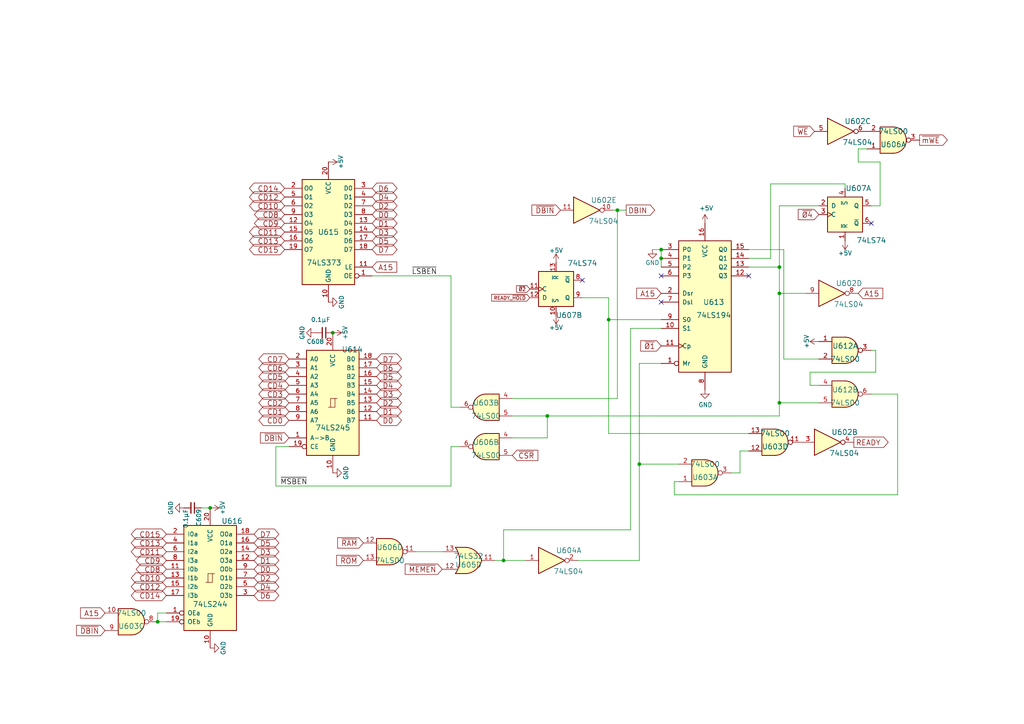
<source format=kicad_sch>
(kicad_sch (version 20250114) (generator "eeschema") (generator_version "9.0")
  (paper "A4")
  (title_block (title "TI-99/4A") (date "2022-02-18") (rev "1.1") (company "Robert Krenicki - https://github.com/rkrenicki/TI99-Motherboard") (comment 1 "Logic for generating the Address line 15 and multiplexing the Databus") (comment 3 "Based on the HackMac KiCAD Design"))
  (lib_symbols
    (symbol "74xx:74LS00" (pin_names (offset 1.016))
      (property "Reference" "U" (at 0 1.27 0))
      (property "Value" "74LS00" (at 0 -1.27 0))
      (symbol "74LS00_1_1"
        (arc (start 0 3.81) (mid 3.7934 0) (end 0 -3.81) (stroke (width 0.254)) (fill (type background)))
        (polyline (pts (xy 0 3.81) (xy -3.81 3.81) (xy -3.81 -3.81) (xy 0 -3.81)) (stroke (width 0.254)) (fill (type background)))
        (pin input line (at -7.62 2.54 0) (length 3.81) (name "~") (number "1"))
        (pin input line (at -7.62 -2.54 0) (length 3.81) (name "~") (number "2"))
        (pin output inverted (at 7.62 0 180) (length 3.81) (name "~") (number "3"))
      )
      (symbol "74LS00_1_2"
        (arc (start -3.81 3.81) (mid -2.589 0) (end -3.81 -3.81) (stroke (width 0.254)))
        (polyline (pts (xy -3.81 3.81) (xy -0.635 3.81)) (stroke (width 0.254)) (fill (type background)))
        (polyline (pts (xy -3.81 -3.81) (xy -0.635 -3.81)) (stroke (width 0.254)) (fill (type background)))
        (arc (start 3.81 0) (mid 2.1855 -2.584) (end -0.6096 -3.81) (stroke (width 0.254)) (fill (type background)))
        (arc (start -0.6096 3.81) (mid 2.1929 2.5925) (end 3.81 0) (stroke (width 0.254)) (fill (type background)))
        (polyline (pts (xy -0.635 3.81) (xy -3.81 3.81) (xy -3.81 3.81) (xy -3.556 3.4036) (xy -3.0226 2.2606) (xy -2.6924 1.0414) (xy -2.6162 -0.254) (xy -2.7686 -1.4986) (xy -3.175 -2.7178) (xy -3.81 -3.81) (xy -3.81 -3.81) (xy -0.635 -3.81)) (stroke (width -25.4)) (fill (type background)))
        (pin input inverted (at -7.62 2.54 0) (length 4.318) (name "~") (number "1"))
        (pin input inverted (at -7.62 -2.54 0) (length 4.318) (name "~") (number "2"))
        (pin output line (at 7.62 0 180) (length 3.81) (name "~") (number "3"))
      )
      (symbol "74LS00_2_1"
        (arc (start 0 3.81) (mid 3.7934 0) (end 0 -3.81) (stroke (width 0.254)) (fill (type background)))
        (polyline (pts (xy 0 3.81) (xy -3.81 3.81) (xy -3.81 -3.81) (xy 0 -3.81)) (stroke (width 0.254)) (fill (type background)))
        (pin input line (at -7.62 2.54 0) (length 3.81) (name "~") (number "4"))
        (pin input line (at -7.62 -2.54 0) (length 3.81) (name "~") (number "5"))
        (pin output inverted (at 7.62 0 180) (length 3.81) (name "~") (number "6"))
      )
      (symbol "74LS00_2_2"
        (arc (start -3.81 3.81) (mid -2.589 0) (end -3.81 -3.81) (stroke (width 0.254)))
        (polyline (pts (xy -3.81 3.81) (xy -0.635 3.81)) (stroke (width 0.254)) (fill (type background)))
        (polyline (pts (xy -3.81 -3.81) (xy -0.635 -3.81)) (stroke (width 0.254)) (fill (type background)))
        (arc (start 3.81 0) (mid 2.1855 -2.584) (end -0.6096 -3.81) (stroke (width 0.254)) (fill (type background)))
        (arc (start -0.6096 3.81) (mid 2.1929 2.5925) (end 3.81 0) (stroke (width 0.254)) (fill (type background)))
        (polyline (pts (xy -0.635 3.81) (xy -3.81 3.81) (xy -3.81 3.81) (xy -3.556 3.4036) (xy -3.0226 2.2606) (xy -2.6924 1.0414) (xy -2.6162 -0.254) (xy -2.7686 -1.4986) (xy -3.175 -2.7178) (xy -3.81 -3.81) (xy -3.81 -3.81) (xy -0.635 -3.81)) (stroke (width -25.4)) (fill (type background)))
        (pin input inverted (at -7.62 2.54 0) (length 4.318) (name "~") (number "4"))
        (pin input inverted (at -7.62 -2.54 0) (length 4.318) (name "~") (number "5"))
        (pin output line (at 7.62 0 180) (length 3.81) (name "~") (number "6"))
      )
      (symbol "74LS00_3_1"
        (arc (start 0 3.81) (mid 3.7934 0) (end 0 -3.81) (stroke (width 0.254)) (fill (type background)))
        (polyline (pts (xy 0 3.81) (xy -3.81 3.81) (xy -3.81 -3.81) (xy 0 -3.81)) (stroke (width 0.254)) (fill (type background)))
        (pin input line (at -7.62 2.54 0) (length 3.81) (name "~") (number "9"))
        (pin input line (at -7.62 -2.54 0) (length 3.81) (name "~") (number "10"))
        (pin output inverted (at 7.62 0 180) (length 3.81) (name "~") (number "8"))
      )
      (symbol "74LS00_3_2"
        (arc (start -3.81 3.81) (mid -2.589 0) (end -3.81 -3.81) (stroke (width 0.254)))
        (polyline (pts (xy -3.81 3.81) (xy -0.635 3.81)) (stroke (width 0.254)) (fill (type background)))
        (polyline (pts (xy -3.81 -3.81) (xy -0.635 -3.81)) (stroke (width 0.254)) (fill (type background)))
        (arc (start 3.81 0) (mid 2.1855 -2.584) (end -0.6096 -3.81) (stroke (width 0.254)) (fill (type background)))
        (arc (start -0.6096 3.81) (mid 2.1929 2.5925) (end 3.81 0) (stroke (width 0.254)) (fill (type background)))
        (polyline (pts (xy -0.635 3.81) (xy -3.81 3.81) (xy -3.81 3.81) (xy -3.556 3.4036) (xy -3.0226 2.2606) (xy -2.6924 1.0414) (xy -2.6162 -0.254) (xy -2.7686 -1.4986) (xy -3.175 -2.7178) (xy -3.81 -3.81) (xy -3.81 -3.81) (xy -0.635 -3.81)) (stroke (width -25.4)) (fill (type background)))
        (pin input inverted (at -7.62 2.54 0) (length 4.318) (name "~") (number "9"))
        (pin input inverted (at -7.62 -2.54 0) (length 4.318) (name "~") (number "10"))
        (pin output line (at 7.62 0 180) (length 3.81) (name "~") (number "8"))
      )
      (symbol "74LS00_4_1"
        (arc (start 0 3.81) (mid 3.7934 0) (end 0 -3.81) (stroke (width 0.254)) (fill (type background)))
        (polyline (pts (xy 0 3.81) (xy -3.81 3.81) (xy -3.81 -3.81) (xy 0 -3.81)) (stroke (width 0.254)) (fill (type background)))
        (pin input line (at -7.62 2.54 0) (length 3.81) (name "~") (number "12"))
        (pin input line (at -7.62 -2.54 0) (length 3.81) (name "~") (number "13"))
        (pin output inverted (at 7.62 0 180) (length 3.81) (name "~") (number "11"))
      )
      (symbol "74LS00_4_2"
        (arc (start -3.81 3.81) (mid -2.589 0) (end -3.81 -3.81) (stroke (width 0.254)))
        (polyline (pts (xy -3.81 3.81) (xy -0.635 3.81)) (stroke (width 0.254)) (fill (type background)))
        (polyline (pts (xy -3.81 -3.81) (xy -0.635 -3.81)) (stroke (width 0.254)) (fill (type background)))
        (arc (start 3.81 0) (mid 2.1855 -2.584) (end -0.6096 -3.81) (stroke (width 0.254)) (fill (type background)))
        (arc (start -0.6096 3.81) (mid 2.1929 2.5925) (end 3.81 0) (stroke (width 0.254)) (fill (type background)))
        (polyline (pts (xy -0.635 3.81) (xy -3.81 3.81) (xy -3.81 3.81) (xy -3.556 3.4036) (xy -3.0226 2.2606) (xy -2.6924 1.0414) (xy -2.6162 -0.254) (xy -2.7686 -1.4986) (xy -3.175 -2.7178) (xy -3.81 -3.81) (xy -3.81 -3.81) (xy -0.635 -3.81)) (stroke (width -25.4)) (fill (type background)))
        (pin input inverted (at -7.62 2.54 0) (length 4.318) (name "~") (number "12"))
        (pin input inverted (at -7.62 -2.54 0) (length 4.318) (name "~") (number "13"))
        (pin output line (at 7.62 0 180) (length 3.81) (name "~") (number "11"))
      )
      (symbol "74LS00_5_0"
        (pin power_in line (at 0 12.7 270) (length 5.08) (name "VCC") (number "14"))
        (pin power_in line (at 0 -12.7 90) (length 5.08) (name "GND") (number "7"))
      )
      (symbol "74LS00_5_1"
        (rectangle (start -5.08 7.62) (end 5.08 -7.62) (stroke (width 0.254)) (fill (type background)))
      )
    )
    (symbol "74xx:74LS04"
      (property "Reference" "U" (at 0 1.27 0))
      (property "Value" "74LS04" (at 0 -1.27 0))
      (symbol "74LS04_1_0"
        (polyline (pts (xy -3.81 3.81) (xy -3.81 -3.81) (xy 3.81 0) (xy -3.81 3.81)) (stroke (width 0.254)) (fill (type background)))
        (pin input line (at -7.62 0 0) (length 3.81) (name "~") (number "1"))
        (pin output inverted (at 7.62 0 180) (length 3.81) (name "~") (number "2"))
      )
      (symbol "74LS04_2_0"
        (polyline (pts (xy -3.81 3.81) (xy -3.81 -3.81) (xy 3.81 0) (xy -3.81 3.81)) (stroke (width 0.254)) (fill (type background)))
        (pin input line (at -7.62 0 0) (length 3.81) (name "~") (number "3"))
        (pin output inverted (at 7.62 0 180) (length 3.81) (name "~") (number "4"))
      )
      (symbol "74LS04_3_0"
        (polyline (pts (xy -3.81 3.81) (xy -3.81 -3.81) (xy 3.81 0) (xy -3.81 3.81)) (stroke (width 0.254)) (fill (type background)))
        (pin input line (at -7.62 0 0) (length 3.81) (name "~") (number "5"))
        (pin output inverted (at 7.62 0 180) (length 3.81) (name "~") (number "6"))
      )
      (symbol "74LS04_4_0"
        (polyline (pts (xy -3.81 3.81) (xy -3.81 -3.81) (xy 3.81 0) (xy -3.81 3.81)) (stroke (width 0.254)) (fill (type background)))
        (pin input line (at -7.62 0 0) (length 3.81) (name "~") (number "9"))
        (pin output inverted (at 7.62 0 180) (length 3.81) (name "~") (number "8"))
      )
      (symbol "74LS04_5_0"
        (polyline (pts (xy -3.81 3.81) (xy -3.81 -3.81) (xy 3.81 0) (xy -3.81 3.81)) (stroke (width 0.254)) (fill (type background)))
        (pin input line (at -7.62 0 0) (length 3.81) (name "~") (number "11"))
        (pin output inverted (at 7.62 0 180) (length 3.81) (name "~") (number "10"))
      )
      (symbol "74LS04_6_0"
        (polyline (pts (xy -3.81 3.81) (xy -3.81 -3.81) (xy 3.81 0) (xy -3.81 3.81)) (stroke (width 0.254)) (fill (type background)))
        (pin input line (at -7.62 0 0) (length 3.81) (name "~") (number "13"))
        (pin output inverted (at 7.62 0 180) (length 3.81) (name "~") (number "12"))
      )
      (symbol "74LS04_7_0"
        (pin power_in line (at 0 12.7 270) (length 5.08) (name "VCC") (number "14"))
        (pin power_in line (at 0 -12.7 90) (length 5.08) (name "GND") (number "7"))
      )
      (symbol "74LS04_7_1"
        (rectangle (start -5.08 7.62) (end 5.08 -7.62) (stroke (width 0.254)) (fill (type background)))
      )
    )
    (symbol "74xx:74LS194" (pin_names (offset 1.016))
      (property "Reference" "U" (at -7.62 19.05 0))
      (property "Value" "74LS194" (at -7.62 -21.59 0))
      (symbol "74LS194_1_0"
        (pin input line (at -12.7 15.24 0) (length 5.08) (name "P0") (number "3"))
        (pin input line (at -12.7 12.7 0) (length 5.08) (name "P1") (number "4"))
        (pin input line (at -12.7 10.16 0) (length 5.08) (name "P2") (number "5"))
        (pin input line (at -12.7 7.62 0) (length 5.08) (name "P3") (number "6"))
        (pin input line (at -12.7 2.54 0) (length 5.08) (name "Dsr") (number "2"))
        (pin input line (at -12.7 0 0) (length 5.08) (name "Dsl") (number "7"))
        (pin input line (at -12.7 -5.08 0) (length 5.08) (name "S0") (number "9"))
        (pin input line (at -12.7 -7.62 0) (length 5.08) (name "S1") (number "10"))
        (pin input clock (at -12.7 -12.7 0) (length 5.08) (name "Cp") (number "11"))
        (pin input inverted (at -12.7 -17.78 0) (length 5.08) (name "Mr") (number "1"))
        (pin power_in line (at 0 22.86 270) (length 5.08) (name "VCC") (number "16"))
        (pin power_in line (at 0 -25.4 90) (length 5.08) (name "GND") (number "8"))
        (pin output line (at 12.7 15.24 180) (length 5.08) (name "Q0") (number "15"))
        (pin output line (at 12.7 12.7 180) (length 5.08) (name "Q1") (number "14"))
        (pin output line (at 12.7 10.16 180) (length 5.08) (name "Q2") (number "13"))
        (pin output line (at 12.7 7.62 180) (length 5.08) (name "Q3") (number "12"))
      )
      (symbol "74LS194_1_1"
        (rectangle (start -7.62 17.78) (end 7.62 -20.32) (stroke (width 0.254)) (fill (type background)))
      )
    )
    (symbol "74xx:74LS244" (pin_names (offset 1.016))
      (property "Reference" "U" (at -7.62 16.51 0))
      (property "Value" "74LS244" (at -7.62 -16.51 0))
      (symbol "74LS244_1_0"
        (polyline (pts (xy -1.27 -1.27) (xy 0.635 -1.27) (xy 0.635 1.27) (xy 1.27 1.27)))
        (polyline (pts (xy -0.635 -1.27) (xy -0.635 1.27) (xy 0.635 1.27)))
        (pin input line (at -12.7 12.7 0) (length 5.08) (name "I0a") (number "2"))
        (pin input line (at -12.7 10.16 0) (length 5.08) (name "I1a") (number "4"))
        (pin input line (at -12.7 7.62 0) (length 5.08) (name "I2a") (number "6"))
        (pin input line (at -12.7 5.08 0) (length 5.08) (name "I3a") (number "8"))
        (pin input line (at -12.7 2.54 0) (length 5.08) (name "I0b") (number "11"))
        (pin input line (at -12.7 0 0) (length 5.08) (name "I1b") (number "13"))
        (pin input line (at -12.7 -2.54 0) (length 5.08) (name "I2b") (number "15"))
        (pin input line (at -12.7 -5.08 0) (length 5.08) (name "I3b") (number "17"))
        (pin input inverted (at -12.7 -10.16 0) (length 5.08) (name "OEa") (number "1"))
        (pin input inverted (at -12.7 -12.7 0) (length 5.08) (name "OEb") (number "19"))
        (pin power_in line (at 0 20.32 270) (length 5.08) (name "VCC") (number "20"))
        (pin power_in line (at 0 -20.32 90) (length 5.08) (name "GND") (number "10"))
        (pin tri_state line (at 12.7 12.7 180) (length 5.08) (name "O0a") (number "18"))
        (pin tri_state line (at 12.7 10.16 180) (length 5.08) (name "O1a") (number "16"))
        (pin tri_state line (at 12.7 7.62 180) (length 5.08) (name "O2a") (number "14"))
        (pin tri_state line (at 12.7 5.08 180) (length 5.08) (name "O3a") (number "12"))
        (pin tri_state line (at 12.7 2.54 180) (length 5.08) (name "O0b") (number "9"))
        (pin tri_state line (at 12.7 0 180) (length 5.08) (name "O1b") (number "7"))
        (pin tri_state line (at 12.7 -2.54 180) (length 5.08) (name "O2b") (number "5"))
        (pin tri_state line (at 12.7 -5.08 180) (length 5.08) (name "O3b") (number "3"))
      )
      (symbol "74LS244_1_1"
        (rectangle (start -7.62 15.24) (end 7.62 -15.24) (stroke (width 0.254)) (fill (type background)))
      )
    )
    (symbol "74xx:74LS245" (pin_names (offset 1.016))
      (property "Reference" "U" (at -7.62 16.51 0))
      (property "Value" "74LS245" (at -7.62 -16.51 0))
      (symbol "74LS245_1_0"
        (polyline (pts (xy -1.27 -1.27) (xy 0.635 -1.27) (xy 0.635 1.27) (xy 1.27 1.27)))
        (polyline (pts (xy -0.635 -1.27) (xy -0.635 1.27) (xy 0.635 1.27)))
        (pin tri_state line (at -12.7 12.7 0) (length 5.08) (name "A0") (number "2"))
        (pin tri_state line (at -12.7 10.16 0) (length 5.08) (name "A1") (number "3"))
        (pin tri_state line (at -12.7 7.62 0) (length 5.08) (name "A2") (number "4"))
        (pin tri_state line (at -12.7 5.08 0) (length 5.08) (name "A3") (number "5"))
        (pin tri_state line (at -12.7 2.54 0) (length 5.08) (name "A4") (number "6"))
        (pin tri_state line (at -12.7 0 0) (length 5.08) (name "A5") (number "7"))
        (pin tri_state line (at -12.7 -2.54 0) (length 5.08) (name "A6") (number "8"))
        (pin tri_state line (at -12.7 -5.08 0) (length 5.08) (name "A7") (number "9"))
        (pin input line (at -12.7 -10.16 0) (length 5.08) (name "A->B") (number "1"))
        (pin input inverted (at -12.7 -12.7 0) (length 5.08) (name "CE") (number "19"))
        (pin power_in line (at 0 20.32 270) (length 5.08) (name "VCC") (number "20"))
        (pin power_in line (at 0 -20.32 90) (length 5.08) (name "GND") (number "10"))
        (pin tri_state line (at 12.7 12.7 180) (length 5.08) (name "B0") (number "18"))
        (pin tri_state line (at 12.7 10.16 180) (length 5.08) (name "B1") (number "17"))
        (pin tri_state line (at 12.7 7.62 180) (length 5.08) (name "B2") (number "16"))
        (pin tri_state line (at 12.7 5.08 180) (length 5.08) (name "B3") (number "15"))
        (pin tri_state line (at 12.7 2.54 180) (length 5.08) (name "B4") (number "14"))
        (pin tri_state line (at 12.7 0 180) (length 5.08) (name "B5") (number "13"))
        (pin tri_state line (at 12.7 -2.54 180) (length 5.08) (name "B6") (number "12"))
        (pin tri_state line (at 12.7 -5.08 180) (length 5.08) (name "B7") (number "11"))
      )
      (symbol "74LS245_1_1"
        (rectangle (start -7.62 15.24) (end 7.62 -15.24) (stroke (width 0.254)) (fill (type background)))
      )
    )
    (symbol "74xx:74LS32" (pin_names (offset 1.016))
      (property "Reference" "U" (at 0 1.27 0))
      (property "Value" "74LS32" (at 0 -1.27 0))
      (symbol "74LS32_1_1"
        (arc (start -3.81 3.81) (mid -2.589 0) (end -3.81 -3.81) (stroke (width 0.254)))
        (polyline (pts (xy -3.81 3.81) (xy -0.635 3.81)) (stroke (width 0.254)) (fill (type background)))
        (polyline (pts (xy -3.81 -3.81) (xy -0.635 -3.81)) (stroke (width 0.254)) (fill (type background)))
        (arc (start 3.81 0) (mid 2.1855 -2.584) (end -0.6096 -3.81) (stroke (width 0.254)) (fill (type background)))
        (arc (start -0.6096 3.81) (mid 2.1929 2.5925) (end 3.81 0) (stroke (width 0.254)) (fill (type background)))
        (polyline (pts (xy -0.635 3.81) (xy -3.81 3.81) (xy -3.81 3.81) (xy -3.556 3.4036) (xy -3.0226 2.2606) (xy -2.6924 1.0414) (xy -2.6162 -0.254) (xy -2.7686 -1.4986) (xy -3.175 -2.7178) (xy -3.81 -3.81) (xy -3.81 -3.81) (xy -0.635 -3.81)) (stroke (width -25.4)) (fill (type background)))
        (pin input line (at -7.62 2.54 0) (length 4.318) (name "~") (number "1"))
        (pin input line (at -7.62 -2.54 0) (length 4.318) (name "~") (number "2"))
        (pin output line (at 7.62 0 180) (length 3.81) (name "~") (number "3"))
      )
      (symbol "74LS32_1_2"
        (arc (start 0 3.81) (mid 3.7934 0) (end 0 -3.81) (stroke (width 0.254)) (fill (type background)))
        (polyline (pts (xy 0 3.81) (xy -3.81 3.81) (xy -3.81 -3.81) (xy 0 -3.81)) (stroke (width 0.254)) (fill (type background)))
        (pin input inverted (at -7.62 2.54 0) (length 3.81) (name "~") (number "1"))
        (pin input inverted (at -7.62 -2.54 0) (length 3.81) (name "~") (number "2"))
        (pin output inverted (at 7.62 0 180) (length 3.81) (name "~") (number "3"))
      )
      (symbol "74LS32_2_1"
        (arc (start -3.81 3.81) (mid -2.589 0) (end -3.81 -3.81) (stroke (width 0.254)))
        (polyline (pts (xy -3.81 3.81) (xy -0.635 3.81)) (stroke (width 0.254)) (fill (type background)))
        (polyline (pts (xy -3.81 -3.81) (xy -0.635 -3.81)) (stroke (width 0.254)) (fill (type background)))
        (arc (start 3.81 0) (mid 2.1855 -2.584) (end -0.6096 -3.81) (stroke (width 0.254)) (fill (type background)))
        (arc (start -0.6096 3.81) (mid 2.1929 2.5925) (end 3.81 0) (stroke (width 0.254)) (fill (type background)))
        (polyline (pts (xy -0.635 3.81) (xy -3.81 3.81) (xy -3.81 3.81) (xy -3.556 3.4036) (xy -3.0226 2.2606) (xy -2.6924 1.0414) (xy -2.6162 -0.254) (xy -2.7686 -1.4986) (xy -3.175 -2.7178) (xy -3.81 -3.81) (xy -3.81 -3.81) (xy -0.635 -3.81)) (stroke (width -25.4)) (fill (type background)))
        (pin input line (at -7.62 2.54 0) (length 4.318) (name "~") (number "4"))
        (pin input line (at -7.62 -2.54 0) (length 4.318) (name "~") (number "5"))
        (pin output line (at 7.62 0 180) (length 3.81) (name "~") (number "6"))
      )
      (symbol "74LS32_2_2"
        (arc (start 0 3.81) (mid 3.7934 0) (end 0 -3.81) (stroke (width 0.254)) (fill (type background)))
        (polyline (pts (xy 0 3.81) (xy -3.81 3.81) (xy -3.81 -3.81) (xy 0 -3.81)) (stroke (width 0.254)) (fill (type background)))
        (pin input inverted (at -7.62 2.54 0) (length 3.81) (name "~") (number "4"))
        (pin input inverted (at -7.62 -2.54 0) (length 3.81) (name "~") (number "5"))
        (pin output inverted (at 7.62 0 180) (length 3.81) (name "~") (number "6"))
      )
      (symbol "74LS32_3_1"
        (arc (start -3.81 3.81) (mid -2.589 0) (end -3.81 -3.81) (stroke (width 0.254)))
        (polyline (pts (xy -3.81 3.81) (xy -0.635 3.81)) (stroke (width 0.254)) (fill (type background)))
        (polyline (pts (xy -3.81 -3.81) (xy -0.635 -3.81)) (stroke (width 0.254)) (fill (type background)))
        (arc (start 3.81 0) (mid 2.1855 -2.584) (end -0.6096 -3.81) (stroke (width 0.254)) (fill (type background)))
        (arc (start -0.6096 3.81) (mid 2.1929 2.5925) (end 3.81 0) (stroke (width 0.254)) (fill (type background)))
        (polyline (pts (xy -0.635 3.81) (xy -3.81 3.81) (xy -3.81 3.81) (xy -3.556 3.4036) (xy -3.0226 2.2606) (xy -2.6924 1.0414) (xy -2.6162 -0.254) (xy -2.7686 -1.4986) (xy -3.175 -2.7178) (xy -3.81 -3.81) (xy -3.81 -3.81) (xy -0.635 -3.81)) (stroke (width -25.4)) (fill (type background)))
        (pin input line (at -7.62 2.54 0) (length 4.318) (name "~") (number "9"))
        (pin input line (at -7.62 -2.54 0) (length 4.318) (name "~") (number "10"))
        (pin output line (at 7.62 0 180) (length 3.81) (name "~") (number "8"))
      )
      (symbol "74LS32_3_2"
        (arc (start 0 3.81) (mid 3.7934 0) (end 0 -3.81) (stroke (width 0.254)) (fill (type background)))
        (polyline (pts (xy 0 3.81) (xy -3.81 3.81) (xy -3.81 -3.81) (xy 0 -3.81)) (stroke (width 0.254)) (fill (type background)))
        (pin input inverted (at -7.62 2.54 0) (length 3.81) (name "~") (number "9"))
        (pin input inverted (at -7.62 -2.54 0) (length 3.81) (name "~") (number "10"))
        (pin output inverted (at 7.62 0 180) (length 3.81) (name "~") (number "8"))
      )
      (symbol "74LS32_4_1"
        (arc (start -3.81 3.81) (mid -2.589 0) (end -3.81 -3.81) (stroke (width 0.254)))
        (polyline (pts (xy -3.81 3.81) (xy -0.635 3.81)) (stroke (width 0.254)) (fill (type background)))
        (polyline (pts (xy -3.81 -3.81) (xy -0.635 -3.81)) (stroke (width 0.254)) (fill (type background)))
        (arc (start 3.81 0) (mid 2.1855 -2.584) (end -0.6096 -3.81) (stroke (width 0.254)) (fill (type background)))
        (arc (start -0.6096 3.81) (mid 2.1929 2.5925) (end 3.81 0) (stroke (width 0.254)) (fill (type background)))
        (polyline (pts (xy -0.635 3.81) (xy -3.81 3.81) (xy -3.81 3.81) (xy -3.556 3.4036) (xy -3.0226 2.2606) (xy -2.6924 1.0414) (xy -2.6162 -0.254) (xy -2.7686 -1.4986) (xy -3.175 -2.7178) (xy -3.81 -3.81) (xy -3.81 -3.81) (xy -0.635 -3.81)) (stroke (width -25.4)) (fill (type background)))
        (pin input line (at -7.62 2.54 0) (length 4.318) (name "~") (number "12"))
        (pin input line (at -7.62 -2.54 0) (length 4.318) (name "~") (number "13"))
        (pin output line (at 7.62 0 180) (length 3.81) (name "~") (number "11"))
      )
      (symbol "74LS32_4_2"
        (arc (start 0 3.81) (mid 3.7934 0) (end 0 -3.81) (stroke (width 0.254)) (fill (type background)))
        (polyline (pts (xy 0 3.81) (xy -3.81 3.81) (xy -3.81 -3.81) (xy 0 -3.81)) (stroke (width 0.254)) (fill (type background)))
        (pin input inverted (at -7.62 2.54 0) (length 3.81) (name "~") (number "12"))
        (pin input inverted (at -7.62 -2.54 0) (length 3.81) (name "~") (number "13"))
        (pin output inverted (at 7.62 0 180) (length 3.81) (name "~") (number "11"))
      )
      (symbol "74LS32_5_0"
        (pin power_in line (at 0 12.7 270) (length 5.08) (name "VCC") (number "14"))
        (pin power_in line (at 0 -12.7 90) (length 5.08) (name "GND") (number "7"))
      )
      (symbol "74LS32_5_1"
        (rectangle (start -5.08 7.62) (end 5.08 -7.62) (stroke (width 0.254)) (fill (type background)))
      )
    )
    (symbol "74xx:74LS373"
      (property "Reference" "U" (at -7.62 16.51 0))
      (property "Value" "74LS373" (at -7.62 -16.51 0))
      (symbol "74LS373_1_0"
        (pin input line (at -12.7 12.7 0) (length 5.08) (name "D0") (number "3"))
        (pin input line (at -12.7 10.16 0) (length 5.08) (name "D1") (number "4"))
        (pin input line (at -12.7 7.62 0) (length 5.08) (name "D2") (number "7"))
        (pin input line (at -12.7 5.08 0) (length 5.08) (name "D3") (number "8"))
        (pin input line (at -12.7 2.54 0) (length 5.08) (name "D4") (number "13"))
        (pin input line (at -12.7 0 0) (length 5.08) (name "D5") (number "14"))
        (pin input line (at -12.7 -2.54 0) (length 5.08) (name "D6") (number "17"))
        (pin input line (at -12.7 -5.08 0) (length 5.08) (name "D7") (number "18"))
        (pin input line (at -12.7 -10.16 0) (length 5.08) (name "LE") (number "11"))
        (pin input inverted (at -12.7 -12.7 0) (length 5.08) (name "OE") (number "1"))
        (pin power_in line (at 0 20.32 270) (length 5.08) (name "VCC") (number "20"))
        (pin power_in line (at 0 -20.32 90) (length 5.08) (name "GND") (number "10"))
        (pin tri_state line (at 12.7 12.7 180) (length 5.08) (name "O0") (number "2"))
        (pin tri_state line (at 12.7 10.16 180) (length 5.08) (name "O1") (number "5"))
        (pin tri_state line (at 12.7 7.62 180) (length 5.08) (name "O2") (number "6"))
        (pin tri_state line (at 12.7 5.08 180) (length 5.08) (name "O3") (number "9"))
        (pin tri_state line (at 12.7 2.54 180) (length 5.08) (name "O4") (number "12"))
        (pin tri_state line (at 12.7 0 180) (length 5.08) (name "O5") (number "15"))
        (pin tri_state line (at 12.7 -2.54 180) (length 5.08) (name "O6") (number "16"))
        (pin tri_state line (at 12.7 -5.08 180) (length 5.08) (name "O7") (number "19"))
      )
      (symbol "74LS373_1_1"
        (rectangle (start -7.62 15.24) (end 7.62 -15.24) (stroke (width 0.254)) (fill (type background)))
      )
    )
    (symbol "74xx:74LS74" (pin_names (offset 1.016))
      (property "Reference" "U" (at -7.62 8.89 0))
      (property "Value" "74LS74" (at -7.62 -8.89 0))
      (symbol "74LS74_1_0"
        (pin input line (at -7.62 2.54 0) (length 2.54) (name "D") (number "2"))
        (pin input clock (at -7.62 0 0) (length 2.54) (name "C") (number "3"))
        (pin input line (at 0 7.62 270) (length 2.54) (name "~{S}") (number "4"))
        (pin input line (at 0 -7.62 90) (length 2.54) (name "~{R}") (number "1"))
        (pin output line (at 7.62 2.54 180) (length 2.54) (name "Q") (number "5"))
        (pin output line (at 7.62 -2.54 180) (length 2.54) (name "~{Q}") (number "6"))
      )
      (symbol "74LS74_1_1"
        (rectangle (start -5.08 5.08) (end 5.08 -5.08) (stroke (width 0.254)) (fill (type background)))
      )
      (symbol "74LS74_2_0"
        (pin input line (at -7.62 2.54 0) (length 2.54) (name "D") (number "12"))
        (pin input clock (at -7.62 0 0) (length 2.54) (name "C") (number "11"))
        (pin input line (at 0 7.62 270) (length 2.54) (name "~{S}") (number "10"))
        (pin input line (at 0 -7.62 90) (length 2.54) (name "~{R}") (number "13"))
        (pin output line (at 7.62 2.54 180) (length 2.54) (name "Q") (number "9"))
        (pin output line (at 7.62 -2.54 180) (length 2.54) (name "~{Q}") (number "8"))
      )
      (symbol "74LS74_2_1"
        (rectangle (start -5.08 5.08) (end 5.08 -5.08) (stroke (width 0.254)) (fill (type background)))
      )
      (symbol "74LS74_3_0"
        (pin power_in line (at 0 10.16 270) (length 2.54) (name "VCC") (number "14"))
        (pin power_in line (at 0 -10.16 90) (length 2.54) (name "GND") (number "7"))
      )
      (symbol "74LS74_3_1"
        (rectangle (start -5.08 7.62) (end 5.08 -7.62) (stroke (width 0.254)) (fill (type background)))
      )
    )
    (symbol "Console-rescue:+5V" (power) (pin_names (offset 0))
      (property "Value" "+5V" (at 0 3.556 0))
      (symbol "+5V_0_1"
        (polyline (pts (xy -0.762 1.27) (xy 0 2.54)))
        (polyline (pts (xy 0 2.54) (xy 0.762 1.27)))
        (polyline (pts (xy 0 0) (xy 0 2.54)))
      )
      (symbol "+5V_1_1"
        (pin power_in line (at 0 0 90) (length 0) (hide yes) (name "+5V") (number "1"))
      )
    )
    (symbol "Console-rescue:GND" (power) (pin_names (offset 0))
      (property "Value" "GND" (at 0 -3.81 0))
      (symbol "GND_0_1"
        (polyline (pts (xy 0 0) (xy 0 -1.27) (xy 1.27 -1.27) (xy 0 -2.54) (xy -1.27 -1.27) (xy 0 -1.27)))
      )
      (symbol "GND_1_1"
        (pin power_in line (at 0 0 270) (length 0) (hide yes) (name "GND") (number "1"))
      )
    )
    (symbol "TI-Customs:C_Small" (pin_numbers (hide yes)) (pin_names (offset 0.254) (hide yes))
      (property "Reference" "C" (at 0.254 1.778 0))
      (property "Value" "C_Small" (at 0.254 -2.032 0))
      (symbol "C_Small_0_1"
        (polyline (pts (xy -1.524 0.508) (xy 1.524 0.508)) (stroke (width 0.3048)))
        (polyline (pts (xy -1.524 -0.508) (xy 1.524 -0.508)) (stroke (width 0.3302)))
      )
      (symbol "C_Small_1_1"
        (pin passive line (at 0 2.54 270) (length 1.905) (name "~") (number "1"))
        (pin passive line (at 0 -2.54 90) (length 2.032) (name "~") (number "2"))
      )
    )
  )
  (junction (at 191.77 74.93))
  (junction (at 96.52 96.52))
  (junction (at 158.75 120.65))
  (junction (at 45.72 180.34))
  (junction (at 226.06 116.84))
  (junction (at 60.96 147.32))
  (junction (at 185.42 134.62))
  (junction (at 179.07 60.96))
  (junction (at 146.05 162.56))
  (junction (at 176.53 92.71))
  (junction (at 191.77 72.39))
  (junction (at 226.06 85.09))
  (junction (at 226.06 77.47))
  (no_connect (at 191.77 80.01))
  (no_connect (at 168.91 81.28))
  (no_connect (at 217.17 80.01))
  (no_connect (at 252.73 64.77))
  (no_connect (at 191.77 87.63))
  (wire (pts (xy 176.53 86.36) (xy 176.53 92.71)))
  (wire (pts (xy 80.01 129.54) (xy 83.82 129.54)))
  (wire (pts (xy 167.64 162.56) (xy 185.42 162.56)))
  (wire (pts (xy 107.95 80.01) (xy 130.81 80.01)))
  (wire (pts (xy 226.06 116.84) (xy 237.49 116.84)))
  (wire (pts (xy 195.58 139.7) (xy 196.85 139.7)))
  (wire (pts (xy 255.27 59.69) (xy 255.27 46.99)))
  (wire (pts (xy 226.06 77.47) (xy 226.06 85.09)))
  (wire (pts (xy 185.42 134.62) (xy 196.85 134.62)))
  (wire (pts (xy 185.42 105.41) (xy 185.42 134.62)))
  (wire (pts (xy 214.63 130.81) (xy 214.63 137.16)))
  (wire (pts (xy 120.65 160.02) (xy 128.27 160.02)))
  (wire (pts (xy 130.81 118.11) (xy 130.81 80.01)))
  (wire (pts (xy 248.92 46.99) (xy 255.27 46.99)))
  (wire (pts (xy 176.53 92.71) (xy 176.53 125.73)))
  (wire (pts (xy 234.95 111.76) (xy 234.95 107.95)))
  (wire (pts (xy 214.63 137.16) (xy 212.09 137.16)))
  (wire (pts (xy 148.59 120.65) (xy 158.75 120.65)))
  (wire (pts (xy 45.72 177.8) (xy 45.72 180.34)))
  (wire (pts (xy 48.26 177.8) (xy 45.72 177.8)))
  (wire (pts (xy 179.07 60.96) (xy 179.07 115.57)))
  (wire (pts (xy 143.51 162.56) (xy 146.05 162.56)))
  (wire (pts (xy 48.26 180.34) (xy 45.72 180.34)))
  (wire (pts (xy 251.46 43.18) (xy 248.92 43.18)))
  (wire (pts (xy 260.35 114.3) (xy 260.35 143.51)))
  (wire (pts (xy 252.73 59.69) (xy 255.27 59.69)))
  (wire (pts (xy 254 101.6) (xy 254 107.95)))
  (wire (pts (xy 146.05 162.56) (xy 152.4 162.56)))
  (wire (pts (xy 237.49 59.69) (xy 226.06 59.69)))
  (wire (pts (xy 217.17 77.47) (xy 226.06 77.47)))
  (wire (pts (xy 260.35 143.51) (xy 195.58 143.51)))
  (wire (pts (xy 179.07 60.96) (xy 177.8 60.96)))
  (wire (pts (xy 226.06 116.84) (xy 226.06 120.65)))
  (wire (pts (xy 148.59 127) (xy 158.75 127)))
  (wire (pts (xy 130.81 140.97) (xy 130.81 129.54)))
  (wire (pts (xy 191.77 92.71) (xy 176.53 92.71)))
  (wire (pts (xy 191.77 74.93) (xy 191.77 77.47)))
  (wire (pts (xy 227.33 72.39) (xy 227.33 104.14)))
  (wire (pts (xy 227.33 72.39) (xy 217.17 72.39)))
  (wire (pts (xy 245.11 54.61) (xy 245.11 53.34)))
  (wire (pts (xy 237.49 111.76) (xy 234.95 111.76)))
  (wire (pts (xy 248.92 43.18) (xy 248.92 46.99)))
  (wire (pts (xy 252.73 101.6) (xy 254 101.6)))
  (wire (pts (xy 223.52 74.93) (xy 223.52 53.34)))
  (wire (pts (xy 226.06 120.65) (xy 158.75 120.65)))
  (wire (pts (xy 234.95 107.95) (xy 254 107.95)))
  (wire (pts (xy 191.77 72.39) (xy 191.77 74.93)))
  (wire (pts (xy 146.05 153.67) (xy 146.05 162.56)))
  (wire (pts (xy 182.88 153.67) (xy 146.05 153.67)))
  (wire (pts (xy 80.01 140.97) (xy 80.01 129.54)))
  (wire (pts (xy 182.88 95.25) (xy 191.77 95.25)))
  (wire (pts (xy 233.68 85.09) (xy 226.06 85.09)))
  (wire (pts (xy 80.01 140.97) (xy 130.81 140.97)))
  (wire (pts (xy 217.17 130.81) (xy 214.63 130.81)))
  (wire (pts (xy 217.17 74.93) (xy 223.52 74.93)))
  (wire (pts (xy 176.53 125.73) (xy 217.17 125.73)))
  (wire (pts (xy 58.42 147.32) (xy 60.96 147.32)))
  (wire (pts (xy 130.81 129.54) (xy 133.35 129.54)))
  (wire (pts (xy 227.33 104.14) (xy 237.49 104.14)))
  (wire (pts (xy 195.58 143.51) (xy 195.58 139.7)))
  (wire (pts (xy 179.07 60.96) (xy 181.61 60.96)))
  (wire (pts (xy 226.06 85.09) (xy 226.06 116.84)))
  (wire (pts (xy 148.59 115.57) (xy 179.07 115.57)))
  (wire (pts (xy 226.06 59.69) (xy 226.06 77.47)))
  (wire (pts (xy 185.42 134.62) (xy 185.42 162.56)))
  (wire (pts (xy 185.42 105.41) (xy 191.77 105.41)))
  (wire (pts (xy 168.91 86.36) (xy 176.53 86.36)))
  (wire (pts (xy 130.81 118.11) (xy 133.35 118.11)))
  (wire (pts (xy 189.23 72.39) (xy 191.77 72.39)))
  (wire (pts (xy 245.11 53.34) (xy 223.52 53.34)))
  (wire (pts (xy 252.73 114.3) (xy 260.35 114.3)))
  (wire (pts (xy 158.75 127) (xy 158.75 120.65)))
  (wire (pts (xy 182.88 95.25) (xy 182.88 153.67)))
  (label "~{MSBEN}" (at 81.28 140.97 0) (effects (font (size 1.524 1.524))))
  (label "~{LSBEN}" (at 119.38 80.01 0) (effects (font (size 1.524 1.524))))
  (global_label "~{DBIN}" (shape input) (at 30.48 182.88 180) (effects (font (size 1.524 1.524))) (property "Intersheetrefs" "${INTERSHEET_REFS}" (effects (hide yes))))
  (global_label "D7" (shape bidirectional) (at 109.22 104.14 0) (effects (font (size 1.524 1.524))) (property "Intersheetrefs" "${INTERSHEET_REFS}" (effects (hide yes))))
  (global_label "~{Ø2}" (shape input) (at 153.67 83.82 180) (effects (font (size 0.9906 0.9906))) (property "Intersheetrefs" "${INTERSHEET_REFS}" (effects (hide yes))))
  (global_label "D0" (shape bidirectional) (at 109.22 121.92 0) (effects (font (size 1.524 1.524))) (property "Intersheetrefs" "${INTERSHEET_REFS}" (effects (hide yes))))
  (global_label "D7" (shape bidirectional) (at 73.66 154.94 0) (effects (font (size 1.524 1.524))) (property "Intersheetrefs" "${INTERSHEET_REFS}" (effects (hide yes))))
  (global_label "CD4" (shape bidirectional) (at 83.82 111.76 180) (effects (font (size 1.524 1.524))) (property "Intersheetrefs" "${INTERSHEET_REFS}" (effects (hide yes))))
  (global_label "D1" (shape bidirectional) (at 107.95 64.77 0) (effects (font (size 1.524 1.524))) (property "Intersheetrefs" "${INTERSHEET_REFS}" (effects (hide yes))))
  (global_label "D0" (shape bidirectional) (at 107.95 62.23 0) (effects (font (size 1.524 1.524))) (property "Intersheetrefs" "${INTERSHEET_REFS}" (effects (hide yes))))
  (global_label "A15" (shape input) (at 107.95 77.47 0) (effects (font (size 1.524 1.524))) (property "Intersheetrefs" "${INTERSHEET_REFS}" (effects (hide yes))))
  (global_label "~{RAM}" (shape input) (at 105.41 157.48 180) (effects (font (size 1.524 1.524))) (property "Intersheetrefs" "${INTERSHEET_REFS}" (effects (hide yes))))
  (global_label "~{Ø4}" (shape input) (at 237.49 62.23 180) (effects (font (size 1.524 1.524))) (property "Intersheetrefs" "${INTERSHEET_REFS}" (effects (hide yes))))
  (global_label "CD3" (shape bidirectional) (at 83.82 114.3 180) (effects (font (size 1.524 1.524))) (property "Intersheetrefs" "${INTERSHEET_REFS}" (effects (hide yes))))
  (global_label "~{MEMEN}" (shape input) (at 128.27 165.1 180) (effects (font (size 1.524 1.524))) (property "Intersheetrefs" "${INTERSHEET_REFS}" (effects (hide yes))))
  (global_label "CD12" (shape bidirectional) (at 82.55 57.15 180) (effects (font (size 1.524 1.524))) (property "Intersheetrefs" "${INTERSHEET_REFS}" (effects (hide yes))))
  (global_label "D4" (shape bidirectional) (at 107.95 57.15 0) (effects (font (size 1.524 1.524))) (property "Intersheetrefs" "${INTERSHEET_REFS}" (effects (hide yes))))
  (global_label "READY" (shape output) (at 247.65 128.27 0) (effects (font (size 1.524 1.524))) (property "Intersheetrefs" "${INTERSHEET_REFS}" (effects (hide yes))))
  (global_label "A15" (shape input) (at 248.92 85.09 0) (effects (font (size 1.524 1.524))) (property "Intersheetrefs" "${INTERSHEET_REFS}" (effects (hide yes))))
  (global_label "D3" (shape bidirectional) (at 109.22 114.3 0) (effects (font (size 1.524 1.524))) (property "Intersheetrefs" "${INTERSHEET_REFS}" (effects (hide yes))))
  (global_label "CD8" (shape bidirectional) (at 48.26 165.1 180) (effects (font (size 1.524 1.524))) (property "Intersheetrefs" "${INTERSHEET_REFS}" (effects (hide yes))))
  (global_label "A15" (shape input) (at 30.48 177.8 180) (effects (font (size 1.524 1.524))) (property "Intersheetrefs" "${INTERSHEET_REFS}" (effects (hide yes))))
  (global_label "CD1" (shape bidirectional) (at 83.82 119.38 180) (effects (font (size 1.524 1.524))) (property "Intersheetrefs" "${INTERSHEET_REFS}" (effects (hide yes))))
  (global_label "CD13" (shape bidirectional) (at 48.26 157.48 180) (effects (font (size 1.524 1.524))) (property "Intersheetrefs" "${INTERSHEET_REFS}" (effects (hide yes))))
  (global_label "D0" (shape bidirectional) (at 73.66 165.1 0) (effects (font (size 1.524 1.524))) (property "Intersheetrefs" "${INTERSHEET_REFS}" (effects (hide yes))))
  (global_label "CD9" (shape bidirectional) (at 48.26 162.56 180) (effects (font (size 1.524 1.524))) (property "Intersheetrefs" "${INTERSHEET_REFS}" (effects (hide yes))))
  (global_label "CD14" (shape bidirectional) (at 82.55 54.61 180) (effects (font (size 1.524 1.524))) (property "Intersheetrefs" "${INTERSHEET_REFS}" (effects (hide yes))))
  (global_label "DBIN" (shape output) (at 181.61 60.96 0) (effects (font (size 1.524 1.524))) (property "Intersheetrefs" "${INTERSHEET_REFS}" (effects (hide yes))))
  (global_label "D3" (shape bidirectional) (at 107.95 67.31 0) (effects (font (size 1.524 1.524))) (property "Intersheetrefs" "${INTERSHEET_REFS}" (effects (hide yes))))
  (global_label "CD13" (shape bidirectional) (at 82.55 69.85 180) (effects (font (size 1.524 1.524))) (property "Intersheetrefs" "${INTERSHEET_REFS}" (effects (hide yes))))
  (global_label "D6" (shape bidirectional) (at 107.95 54.61 0) (effects (font (size 1.524 1.524))) (property "Intersheetrefs" "${INTERSHEET_REFS}" (effects (hide yes))))
  (global_label "~{mWE}" (shape output) (at 266.7 40.64 0) (effects (font (size 1.524 1.524))) (property "Intersheetrefs" "${INTERSHEET_REFS}" (effects (hide yes))))
  (global_label "CD11" (shape bidirectional) (at 48.26 160.02 180) (effects (font (size 1.524 1.524))) (property "Intersheetrefs" "${INTERSHEET_REFS}" (effects (hide yes))))
  (global_label "CD2" (shape bidirectional) (at 83.82 116.84 180) (effects (font (size 1.524 1.524))) (property "Intersheetrefs" "${INTERSHEET_REFS}" (effects (hide yes))))
  (global_label "D3" (shape bidirectional) (at 73.66 160.02 0) (effects (font (size 1.524 1.524))) (property "Intersheetrefs" "${INTERSHEET_REFS}" (effects (hide yes))))
  (global_label "D2" (shape bidirectional) (at 107.95 59.69 0) (effects (font (size 1.524 1.524))) (property "Intersheetrefs" "${INTERSHEET_REFS}" (effects (hide yes))))
  (global_label "D2" (shape bidirectional) (at 109.22 116.84 0) (effects (font (size 1.524 1.524))) (property "Intersheetrefs" "${INTERSHEET_REFS}" (effects (hide yes))))
  (global_label "D7" (shape bidirectional) (at 107.95 72.39 0) (effects (font (size 1.524 1.524))) (property "Intersheetrefs" "${INTERSHEET_REFS}" (effects (hide yes))))
  (global_label "~{DBIN}" (shape input) (at 162.56 60.96 180) (effects (font (size 1.524 1.524))) (property "Intersheetrefs" "${INTERSHEET_REFS}" (effects (hide yes))))
  (global_label "~{CSR}" (shape input) (at 148.59 132.08 0) (effects (font (size 1.524 1.524))) (property "Intersheetrefs" "${INTERSHEET_REFS}" (effects (hide yes))))
  (global_label "CD6" (shape bidirectional) (at 83.82 106.68 180) (effects (font (size 1.524 1.524))) (property "Intersheetrefs" "${INTERSHEET_REFS}" (effects (hide yes))))
  (global_label "D5" (shape bidirectional) (at 109.22 109.22 0) (effects (font (size 1.524 1.524))) (property "Intersheetrefs" "${INTERSHEET_REFS}" (effects (hide yes))))
  (global_label "~{Ø1}" (shape input) (at 191.77 100.33 180) (effects (font (size 1.524 1.524))) (property "Intersheetrefs" "${INTERSHEET_REFS}" (effects (hide yes))))
  (global_label "CD15" (shape bidirectional) (at 82.55 72.39 180) (effects (font (size 1.524 1.524))) (property "Intersheetrefs" "${INTERSHEET_REFS}" (effects (hide yes))))
  (global_label "D1" (shape bidirectional) (at 109.22 119.38 0) (effects (font (size 1.524 1.524))) (property "Intersheetrefs" "${INTERSHEET_REFS}" (effects (hide yes))))
  (global_label "~{WE}" (shape input) (at 236.22 38.1 180) (effects (font (size 1.524 1.524))) (property "Intersheetrefs" "${INTERSHEET_REFS}" (effects (hide yes))))
  (global_label "CD8" (shape bidirectional) (at 82.55 62.23 180) (effects (font (size 1.524 1.524))) (property "Intersheetrefs" "${INTERSHEET_REFS}" (effects (hide yes))))
  (global_label "CD10" (shape bidirectional) (at 82.55 59.69 180) (effects (font (size 1.524 1.524))) (property "Intersheetrefs" "${INTERSHEET_REFS}" (effects (hide yes))))
  (global_label "D6" (shape bidirectional) (at 109.22 106.68 0) (effects (font (size 1.524 1.524))) (property "Intersheetrefs" "${INTERSHEET_REFS}" (effects (hide yes))))
  (global_label "CD10" (shape bidirectional) (at 48.26 167.64 180) (effects (font (size 1.524 1.524))) (property "Intersheetrefs" "${INTERSHEET_REFS}" (effects (hide yes))))
  (global_label "CD15" (shape bidirectional) (at 48.26 154.94 180) (effects (font (size 1.524 1.524))) (property "Intersheetrefs" "${INTERSHEET_REFS}" (effects (hide yes))))
  (global_label "D2" (shape bidirectional) (at 73.66 167.64 0) (effects (font (size 1.524 1.524))) (property "Intersheetrefs" "${INTERSHEET_REFS}" (effects (hide yes))))
  (global_label "~{ROM}" (shape input) (at 105.41 162.56 180) (effects (font (size 1.524 1.524))) (property "Intersheetrefs" "${INTERSHEET_REFS}" (effects (hide yes))))
  (global_label "CD14" (shape bidirectional) (at 48.26 172.72 180) (effects (font (size 1.524 1.524))) (property "Intersheetrefs" "${INTERSHEET_REFS}" (effects (hide yes))))
  (global_label "CD9" (shape bidirectional) (at 82.55 64.77 180) (effects (font (size 1.524 1.524))) (property "Intersheetrefs" "${INTERSHEET_REFS}" (effects (hide yes))))
  (global_label "READY_~{HOLD}" (shape input) (at 153.67 86.36 180) (effects (font (size 0.9906 0.9906))) (property "Intersheetrefs" "${INTERSHEET_REFS}" (effects (hide yes))))
  (global_label "D4" (shape bidirectional) (at 73.66 170.18 0) (effects (font (size 1.524 1.524))) (property "Intersheetrefs" "${INTERSHEET_REFS}" (effects (hide yes))))
  (global_label "CD11" (shape bidirectional) (at 82.55 67.31 180) (effects (font (size 1.524 1.524))) (property "Intersheetrefs" "${INTERSHEET_REFS}" (effects (hide yes))))
  (global_label "D5" (shape bidirectional) (at 107.95 69.85 0) (effects (font (size 1.524 1.524))) (property "Intersheetrefs" "${INTERSHEET_REFS}" (effects (hide yes))))
  (global_label "~{DBIN}" (shape input) (at 83.82 127 180) (effects (font (size 1.524 1.524))) (property "Intersheetrefs" "${INTERSHEET_REFS}" (effects (hide yes))))
  (global_label "CD12" (shape bidirectional) (at 48.26 170.18 180) (effects (font (size 1.524 1.524))) (property "Intersheetrefs" "${INTERSHEET_REFS}" (effects (hide yes))))
  (global_label "D4" (shape bidirectional) (at 109.22 111.76 0) (effects (font (size 1.524 1.524))) (property "Intersheetrefs" "${INTERSHEET_REFS}" (effects (hide yes))))
  (global_label "D6" (shape bidirectional) (at 73.66 172.72 0) (effects (font (size 1.524 1.524))) (property "Intersheetrefs" "${INTERSHEET_REFS}" (effects (hide yes))))
  (global_label "CD7" (shape bidirectional) (at 83.82 104.14 180) (effects (font (size 1.524 1.524))) (property "Intersheetrefs" "${INTERSHEET_REFS}" (effects (hide yes))))
  (global_label "D5" (shape bidirectional) (at 73.66 157.48 0) (effects (font (size 1.524 1.524))) (property "Intersheetrefs" "${INTERSHEET_REFS}" (effects (hide yes))))
  (global_label "A15" (shape input) (at 191.77 85.09 180) (effects (font (size 1.524 1.524))) (property "Intersheetrefs" "${INTERSHEET_REFS}" (effects (hide yes))))
  (global_label "CD0" (shape bidirectional) (at 83.82 121.92 180) (effects (font (size 1.524 1.524))) (property "Intersheetrefs" "${INTERSHEET_REFS}" (effects (hide yes))))
  (global_label "CD5" (shape bidirectional) (at 83.82 109.22 180) (effects (font (size 1.524 1.524))) (property "Intersheetrefs" "${INTERSHEET_REFS}" (effects (hide yes))))
  (global_label "D1" (shape bidirectional) (at 73.66 162.56 0) (effects (font (size 1.524 1.524))) (property "Intersheetrefs" "${INTERSHEET_REFS}" (effects (hide yes))))
  (symbol (lib_id "74xx:74LS245") (at 96.52 116.84 0) (unit 1)
    (property "Reference" "U614" (at 99.06 102.235 0) (effects (font (size 1.524 1.524)) (justify left bottom)))
    (property "Value" "74LS245" (at 91.44 123.19 0) (effects (font (size 1.524 1.524)) (justify left top)))
    (property "Footprint" "Package_DIP:DIP-20_W7.62mm" (effects (hide yes)))
  )
  (symbol (lib_id "74xx:74LS373") (at 95.25 67.31 0) (mirror y) (unit 1)
    (property "Reference" "U615" (at 95.25 67.31 0) (effects (font (size 1.524 1.524))))
    (property "Value" "74LS373" (at 93.98 76.2 0) (effects (font (size 1.524 1.524))))
    (property "Footprint" "Package_DIP:DIP-20_W7.62mm" (effects (hide yes)))
  )
  (symbol (lib_id "74xx:74LS244") (at 60.96 167.64 0) (unit 1)
    (property "Reference" "U616" (at 67.31 151.13 0) (effects (font (size 1.524 1.524))))
    (property "Value" "74LS244" (at 60.96 175.26 0) (effects (font (size 1.524 1.524))))
    (property "Footprint" "Package_DIP:DIP-20_W7.62mm" (effects (hide yes)))
  )
  (symbol (lib_id "Console-rescue:GND") (at 96.52 137.16 90) (unit 1)
    (property "Reference" "#PWR01" (effects (hide yes)))
    (property "Value" "GND" (at 100.33 137.16 0))
  )
  (symbol (lib_id "Console-rescue:GND") (at 95.25 87.63 90) (unit 1)
    (property "Reference" "#PWR02" (effects (hide yes)))
    (property "Value" "GND" (at 99.06 87.63 0))
  )
  (symbol (lib_id "Console-rescue:GND") (at 60.96 187.96 90) (unit 1)
    (property "Reference" "#PWR03" (effects (hide yes)))
    (property "Value" "GND" (at 64.77 187.96 0))
  )
  (symbol (lib_id "Console-rescue:+5V") (at 60.96 147.32 270) (unit 1)
    (property "Reference" "#PWR04" (effects (hide yes)))
    (property "Value" "+5V" (at 64.516 147.32 0))
  )
  (symbol (lib_id "Console-rescue:+5V") (at 95.25 46.99 270) (unit 1)
    (property "Reference" "#PWR05" (effects (hide yes)))
    (property "Value" "+5V" (at 98.806 46.99 0))
  )
  (symbol (lib_id "Console-rescue:+5V") (at 96.52 96.52 270) (unit 1)
    (property "Reference" "#PWR06" (effects (hide yes)))
    (property "Value" "+5V" (at 100.076 96.52 0))
  )
  (symbol (lib_id "TI-Customs:C_Small") (at 55.88 147.32 270) (unit 1)
    (property "Reference" "C609" (at 57.658 147.574 0) (effects (justify left)))
    (property "Value" "0.1µF" (at 53.848 147.574 0) (effects (justify left)))
    (property "Footprint" "TI99_Connectors:Passive-11.50mm" (effects (hide yes)))
  )
  (symbol (lib_id "Console-rescue:GND") (at 53.34 147.32 270) (unit 1)
    (property "Reference" "#PWR07" (effects (hide yes)))
    (property "Value" "GND" (at 49.53 147.32 0))
  )
  (symbol (lib_id "Console-rescue:GND") (at 91.44 96.52 270) (unit 1)
    (property "Reference" "#PWR08" (effects (hide yes)))
    (property "Value" "GND" (at 87.63 96.52 0))
  )
  (symbol (lib_id "TI-Customs:C_Small") (at 93.98 96.52 270) (unit 1)
    (property "Reference" "C608" (at 88.9 99.06 90) (effects (justify left)))
    (property "Value" "0.1µF" (at 90.17 92.71 90) (effects (justify left)))
    (property "Footprint" "TI99_Connectors:Passive-11.50mm" (effects (hide yes)))
  )
  (symbol (lib_id "74xx:74LS04") (at 170.18 60.96 0) (unit 5)
    (property "Reference" "U602" (at 175.133 58.039 0) (effects (font (size 1.524 1.524))))
    (property "Value" "74LS04" (at 175.006 64.135 0) (effects (font (size 1.524 1.524))))
    (property "Footprint" "Package_DIP:DIP-14_W7.62mm" (effects (hide yes)))
  )
  (symbol (lib_id "74xx:74LS74") (at 161.29 83.82 0) (mirror x) (unit 2)
    (property "Reference" "U607" (at 168.91 91.44 0) (effects (font (size 1.524 1.524)) (justify right)))
    (property "Value" "74LS74" (at 168.91 76.327 0) (effects (font (size 1.524 1.524))))
    (property "Footprint" "Package_DIP:DIP-14_W7.62mm" (effects (hide yes)))
  )
  (symbol (lib_id "Console-rescue:+5V") (at 161.29 76.2 0) (unit 1)
    (property "Reference" "#PWR010" (effects (hide yes)))
    (property "Value" "+5V" (at 161.29 72.644 0))
  )
  (symbol (lib_id "Console-rescue:+5V") (at 161.29 91.44 180) (unit 1)
    (property "Reference" "#PWR011" (effects (hide yes)))
    (property "Value" "+5V" (at 161.29 94.996 0))
  )
  (symbol (lib_id "Console-rescue:+5V") (at 245.11 69.85 180) (unit 1)
    (property "Reference" "#PWR012" (effects (hide yes)))
    (property "Value" "+5V" (at 245.11 73.406 0))
  )
  (symbol (lib_id "74xx:74LS04") (at 241.3 85.09 0) (unit 4)
    (property "Reference" "U602" (at 246.253 82.169 0) (effects (font (size 1.524 1.524))))
    (property "Value" "74LS04" (at 246.126 88.265 0) (effects (font (size 1.524 1.524))))
    (property "Footprint" "Package_DIP:DIP-14_W7.62mm" (effects (hide yes)))
  )
  (symbol (lib_id "74xx:74LS194") (at 204.47 87.63 0) (unit 1)
    (property "Reference" "U613" (at 207.01 87.63 0) (effects (font (size 1.524 1.524))))
    (property "Value" "74LS194" (at 207.01 91.44 0) (effects (font (size 1.524 1.524))))
    (property "Footprint" "Package_DIP:DIP-16_W7.62mm" (effects (hide yes)))
  )
  (symbol (lib_id "Console-rescue:GND") (at 189.23 72.39 0) (unit 1)
    (property "Reference" "#PWR09" (effects (hide yes)))
    (property "Value" "GND" (at 189.23 76.2 0))
  )
  (symbol (lib_id "74xx:74LS00") (at 38.1 180.34 0) (mirror x) (unit 3)
    (property "Reference" "U603" (at 38.1 181.61 0) (effects (font (size 1.524 1.524))))
    (property "Value" "74LS00" (at 38.1 177.8 0) (effects (font (size 1.524 1.524))))
    (property "Footprint" "Package_DIP:DIP-14_W7.62mm" (effects (hide yes)))
  )
  (symbol (lib_id "74xx:74LS00") (at 140.97 118.11 0) (mirror y) (unit 2)
    (property "Reference" "U603" (at 140.97 116.84 0) (effects (font (size 1.524 1.524))))
    (property "Value" "74LS00" (at 140.97 120.65 0) (effects (font (size 1.524 1.524))))
    (property "Footprint" "Package_DIP:DIP-14_W7.62mm" (effects (hide yes)))
  )
  (symbol (lib_id "74xx:74LS00") (at 140.97 129.54 0) (mirror y) (unit 2)
    (property "Reference" "U606" (at 140.97 128.27 0) (effects (font (size 1.524 1.524))))
    (property "Value" "74LS00" (at 140.97 132.08 0) (effects (font (size 1.524 1.524))))
    (property "Footprint" "Package_DIP:DIP-14_W7.62mm" (effects (hide yes)))
  )
  (symbol (lib_id "74xx:74LS00") (at 224.79 128.27 0) (mirror x) (unit 4)
    (property "Reference" "U603" (at 224.79 129.54 0) (effects (font (size 1.524 1.524))))
    (property "Value" "74LS00" (at 224.79 125.73 0) (effects (font (size 1.524 1.524))))
    (property "Footprint" "Package_DIP:DIP-14_W7.62mm" (effects (hide yes)))
  )
  (symbol (lib_id "74xx:74LS04") (at 240.03 128.27 0) (unit 2)
    (property "Reference" "U602" (at 244.983 125.349 0) (effects (font (size 1.524 1.524))))
    (property "Value" "74LS04" (at 244.856 131.445 0) (effects (font (size 1.524 1.524))))
    (property "Footprint" "Package_DIP:DIP-14_W7.62mm" (effects (hide yes)))
  )
  (symbol (lib_id "74xx:74LS00") (at 113.03 160.02 0) (unit 4)
    (property "Reference" "U606" (at 113.03 158.75 0) (effects (font (size 1.524 1.524))))
    (property "Value" "74LS00" (at 113.03 162.56 0) (effects (font (size 1.524 1.524))))
    (property "Footprint" "Package_DIP:DIP-14_W7.62mm" (effects (hide yes)))
  )
  (symbol (lib_id "74xx:74LS00") (at 204.47 137.16 0) (mirror x) (unit 1)
    (property "Reference" "U603" (at 204.47 138.43 0) (effects (font (size 1.524 1.524))))
    (property "Value" "74LS00" (at 204.47 134.62 0) (effects (font (size 1.524 1.524))))
    (property "Footprint" "Package_DIP:DIP-14_W7.62mm" (effects (hide yes)))
  )
  (symbol (lib_id "74xx:74LS04") (at 160.02 162.56 0) (unit 1)
    (property "Reference" "U604" (at 164.973 159.639 0) (effects (font (size 1.524 1.524))))
    (property "Value" "74LS04" (at 164.846 165.735 0) (effects (font (size 1.524 1.524))))
    (property "Footprint" "Package_DIP:DIP-14_W7.62mm" (effects (hide yes)))
  )
  (symbol (lib_id "74xx:74LS32") (at 135.89 162.56 0) (mirror x) (unit 4)
    (property "Reference" "U605" (at 135.89 163.83 0) (effects (font (size 1.524 1.524))))
    (property "Value" "74LS32" (at 135.89 161.29 0) (effects (font (size 1.524 1.524))))
    (property "Footprint" "Package_DIP:DIP-14_W7.62mm" (effects (hide yes)))
  )
  (symbol (lib_id "74xx:74LS00") (at 245.11 101.6 0) (unit 1)
    (property "Reference" "U612" (at 245.11 100.33 0) (effects (font (size 1.524 1.524))))
    (property "Value" "74LS00" (at 245.11 104.14 0) (effects (font (size 1.524 1.524))))
    (property "Footprint" "Package_DIP:DIP-14_W7.62mm" (effects (hide yes)))
  )
  (symbol (lib_id "Console-rescue:+5V") (at 237.49 99.06 90) (unit 1)
    (property "Reference" "#PWR013" (effects (hide yes)))
    (property "Value" "+5V" (at 233.934 99.06 0))
  )
  (symbol (lib_id "74xx:74LS00") (at 245.11 114.3 0) (unit 2)
    (property "Reference" "U612" (at 245.11 113.03 0) (effects (font (size 1.524 1.524))))
    (property "Value" "74LS00" (at 245.11 116.84 0) (effects (font (size 1.524 1.524))))
    (property "Footprint" "Package_DIP:DIP-14_W7.62mm" (effects (hide yes)))
  )
  (symbol (lib_id "74xx:74LS04") (at 243.84 38.1 0) (unit 3)
    (property "Reference" "U602" (at 248.793 35.179 0) (effects (font (size 1.524 1.524))))
    (property "Value" "74LS04" (at 248.666 41.275 0) (effects (font (size 1.524 1.524))))
    (property "Footprint" "Package_DIP:DIP-14_W7.62mm" (effects (hide yes)))
  )
  (symbol (lib_id "74xx:74LS00") (at 259.08 40.64 0) (mirror x) (unit 1)
    (property "Reference" "U606" (at 259.08 41.91 0) (effects (font (size 1.524 1.524))))
    (property "Value" "74LS00" (at 259.08 38.1 0) (effects (font (size 1.524 1.524))))
    (property "Footprint" "Package_DIP:DIP-14_W7.62mm" (effects (hide yes)))
  )
  (symbol (lib_id "74xx:74LS74") (at 245.11 62.23 0) (unit 1)
    (property "Reference" "U607" (at 252.73 54.61 0) (effects (font (size 1.524 1.524)) (justify right)))
    (property "Value" "74LS74" (at 252.73 69.723 0) (effects (font (size 1.524 1.524))))
    (property "Footprint" "Package_DIP:DIP-14_W7.62mm" (effects (hide yes)))
  )
  (symbol (lib_id "Console-rescue:GND") (at 204.47 113.03 0) (unit 1)
    (property "Reference" "#PWR0151" (effects (hide yes)))
    (property "Value" "GND" (at 204.597 117.4242 0))
  )
  (symbol (lib_id "Console-rescue:+5V") (at 204.47 64.77 0) (unit 1)
    (property "Reference" "#PWR0152" (effects (hide yes)))
    (property "Value" "+5V" (at 204.851 60.3758 0))
  )
)
</source>
